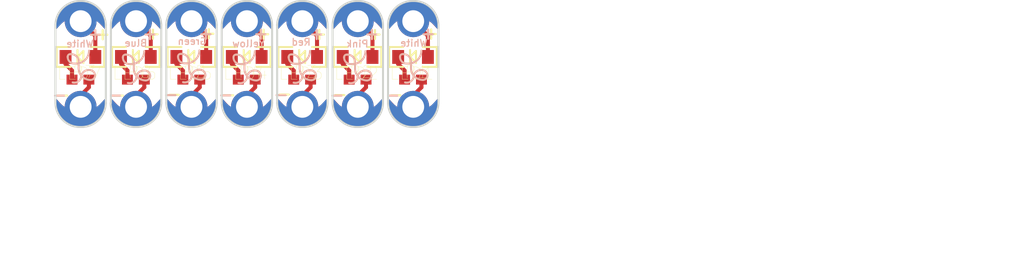
<source format=kicad_pcb>
(kicad_pcb (version 20211014) (generator pcbnew)
  (layers (0 "F.Cu" signal) (31 "B.Cu" signal) (34 "B.Paste" user) (35 "F.Paste" user) (36 "B.SilkS" user "B.Silkscreen") (37 "F.SilkS" user "F.Silkscreen") (38 "B.Mask" user) (39 "F.Mask" user) (44 "Edge.Cuts" user))
  (net 0 "")
  (net 1 "N$8")
  (net 2 "N$7")
  (net 3 "N$9")
  (net 4 "N$20")
  (net 5 "N$19")
  (net 6 "N$21")
  (net 7 "N$17")
  (net 8 "N$16")
  (net 9 "N$18")
  (net 10 "N$14")
  (net 11 "N$13")
  (net 12 "N$15")
  (net 13 "N$11")
  (net 14 "N$10")
  (net 15 "N$12")
  (net 16 "N$5")
  (net 17 "N$4")
  (net 18 "N$6")
  (net 19 "N$2")
  (net 20 "N$1")
  (net 21 "N$3")
  (footprint "boardEagle:PETAL-SMALL-2SIDE" (layer "F.Cu") (at 142.9131 109.321604)
    (fp_text reference "LED-5" hide)
    (fp_text value "SEWTAP6" hide)
  )
  (footprint "boardEagle:LED-1206" (layer "F.Cu") (at 154.0691 104.291604 180)
    (fp_text reference "LED3")
    (fp_text value "RED")
  )
  (footprint "boardEagle:PETAL-SMALL-2SIDE" (layer "F.Cu") (at 165.2651 100.685604 180)
    (fp_text reference "LED+1" hide)
    (fp_text value "SEWTAP6" hide)
  )
  (footprint "boardEagle:PETAL-SMALL-2SIDE" (layer "F.Cu") (at 154.0891 109.321604)
    (fp_text reference "LED-3" hide)
    (fp_text value "SEWTAP6" hide)
  )
  (footprint "boardEagle:LED-1206" (layer "F.Cu") (at 142.8931 104.291604 180)
    (fp_text reference "LED5")
    (fp_text value "GREEN")
  )
  (footprint "boardEagle:PETAL-SMALL-2SIDE" (layer "F.Cu") (at 137.3251 109.321604)
    (fp_text reference "LED-6" hide)
    (fp_text value "SEWTAP6" hide)
  )
  (footprint "boardEagle:PETAL-SMALL-2SIDE" (layer "F.Cu") (at 148.5011 109.321604)
    (fp_text reference "LED-4" hide)
    (fp_text value "SEWTAP6" hide)
  )
  (footprint "boardEagle:LED-1206" (layer "F.Cu") (at 159.6571 104.291604 180)
    (fp_text reference "LED2")
    (fp_text value "PINK")
  )
  (footprint "boardEagle:PETAL-SMALL-2SIDE" (layer "F.Cu") (at 131.7371 109.321604)
    (fp_text reference "LED-7" hide)
    (fp_text value "SEWTAP6" hide)
  )
  (footprint "boardEagle:0603-RES" (layer "F.Cu") (at 131.7171 106.577604)
    (fp_text reference "R7")
    (fp_text value "150")
  )
  (footprint "boardEagle:PETAL-SMALL-2SIDE" (layer "F.Cu") (at 131.7371 100.685604 180)
    (fp_text reference "LED+7" hide)
    (fp_text value "SEWTAP6" hide)
  )
  (footprint "boardEagle:REVISION" (layer "F.Cu") (at 155.3591 122.148604)
    (fp_text reference "U$1" hide)
    (fp_text value "REVISION" hide)
  )
  (footprint "boardEagle:PETAL-SMALL-2SIDE" (layer "F.Cu") (at 137.3251 100.685604 180)
    (fp_text reference "LED+6" hide)
    (fp_text value "SEWTAP6" hide)
  )
  (footprint "boardEagle:0603-RES" (layer "F.Cu") (at 159.6571 106.577604)
    (fp_text reference "R2")
    (fp_text value "150")
  )
  (footprint "boardEagle:0603-RES" (layer "F.Cu") (at 142.8931 106.577604)
    (fp_text reference "R5")
    (fp_text value "150")
  )
  (footprint "boardEagle:CREATIVE_COMMONS" (layer "F.Cu") (at 143.9291 119.608604)
    (fp_text reference "FRAME1" hide)
    (fp_text value "FRAME-LETTER" hide)
  )
  (footprint "boardEagle:0603-RES" (layer "F.Cu") (at 148.4811 106.577604)
    (fp_text reference "R4")
    (fp_text value "150")
  )
  (footprint "boardEagle:LED-1206" (layer "F.Cu") (at 131.7171 104.291604 180)
    (fp_text reference "LED7")
    (fp_text value "WHITE")
  )
  (footprint "boardEagle:LED-1206" (layer "F.Cu") (at 137.3051 104.291604 180)
    (fp_text reference "LED6")
    (fp_text value "BLUE")
  )
  (footprint "boardEagle:PETAL-SMALL-2SIDE" (layer "F.Cu") (at 154.0891 100.685604 180)
    (fp_text reference "LED+3" hide)
    (fp_text value "SEWTAP6" hide)
  )
  (footprint "boardEagle:LED-1206" (layer "F.Cu") (at 165.2451 104.291604 180)
    (fp_text reference "LED1")
    (fp_text value "WHITE")
  )
  (footprint "boardEagle:LED-1206" (layer "F.Cu") (at 148.4811 104.291604 180)
    (fp_text reference "LED4")
    (fp_text value "YELLOW")
  )
  (footprint "boardEagle:0603-RES" (layer "F.Cu") (at 165.2451 106.577604)
    (fp_text reference "R1")
    (fp_text value "150")
  )
  (footprint "boardEagle:0603-RES" (layer "F.Cu") (at 154.0691 106.577604)
    (fp_text reference "R3")
    (fp_text value "150")
  )
  (footprint "boardEagle:PETAL-SMALL-2SIDE" (layer "F.Cu") (at 159.6771 109.321604)
    (fp_text reference "LED-2" hide)
    (fp_text value "SEWTAP6" hide)
  )
  (footprint "boardEagle:0603-RES" (layer "F.Cu") (at 137.3051 106.577604)
    (fp_text reference "R6")
    (fp_text value "150")
  )
  (footprint "boardEagle:PETAL-SMALL-2SIDE" (layer "F.Cu") (at 148.5011 100.685604 180)
    (fp_text reference "LED+4" hide)
    (fp_text value "SEWTAP6" hide)
  )
  (footprint "boardEagle:PETAL-SMALL-2SIDE" (layer "F.Cu") (at 165.2651 109.321604)
    (fp_text reference "LED-1" hide)
    (fp_text value "SEWTAP6" hide)
  )
  (footprint "boardEagle:PETAL-SMALL-2SIDE" (layer "F.Cu") (at 142.9131 100.685604 180)
    (fp_text reference "LED+5" hide)
    (fp_text value "SEWTAP6" hide)
  )
  (footprint "boardEagle:PETAL-SMALL-2SIDE" (layer "F.Cu") (at 159.6771 100.685604 180)
    (fp_text reference "LED+2" hide)
    (fp_text value "SEWTAP6" hide)
  )
  (footprint "boardEagle:LOGO-L" (layer "B.Cu") (at 131.8133 105.283004 180)
    (fp_text reference "LOGO30" hide)
    (fp_text value "LOGO-LPL" hide)
  )
  (footprint "boardEagle:LOGO-L" (layer "B.Cu") (at 154.0891 105.308404 180)
    (fp_text reference "LOGO29" hide)
    (fp_text value "LOGO-LPL" hide)
  )
  (footprint "boardEagle:LOGO-L" (layer "B.Cu") (at 165.3159 105.283004 180)
    (fp_text reference "LOGO35" hide)
    (fp_text value "LOGO-LPL" hide)
  )
  (footprint "boardEagle:LOGO-L" (layer "B.Cu") (at 148.5265 105.333804 180)
    (fp_text reference "LOGO33" hide)
    (fp_text value "LOGO-LPL" hide)
  )
  (footprint "boardEagle:LOGO-L" (layer "B.Cu") (at 142.9385 105.257604 180)
    (fp_text reference "LOGO32" hide)
    (fp_text value "LOGO-LPL" hide)
  )
  (footprint "boardEagle:LOGO-L" (layer "B.Cu") (at 137.3759 105.333804 180)
    (fp_text reference "LOGO31" hide)
    (fp_text value "LOGO-LPL" hide)
  )
  (footprint "boardEagle:LOGO-L" (layer "B.Cu") (at 159.6771 105.333804 180)
    (fp_text reference "LOGO34" hide)
    (fp_text value "LOGO-LPL" hide)
  )
  (gr_arc (start 129.1971 101.066604) (mid 129.967157 99.333848) (end 131.737101 98.653605) (layer "Edge.Cuts") (width 0.2032))
  (gr_line (start 162.7251 108.940604) (end 162.7251 101.066604) (layer "Edge.Cuts") (width 0.2032))
  (gr_arc (start 154.0891 111.353604) (mid 152.319268 110.673243) (end 151.5491 108.940604) (layer "Edge.Cuts") (width 0.2032))
  (gr_arc (start 148.5011 111.353604) (mid 146.731268 110.673243) (end 145.9611 108.940604) (layer "Edge.Cuts") (width 0.2032))
  (gr_arc (start 157.1371 101.066604) (mid 157.907157 99.333848) (end 159.677101 98.653605) (layer "Edge.Cuts") (width 0.2032))
  (gr_arc (start 167.8051 108.940604) (mid 167.034905 110.673214) (end 165.265101 111.353605) (layer "Edge.Cuts") (width 0.2032))
  (gr_line (start 162.2171 101.066604) (end 162.2171 108.940604) (layer "Edge.Cuts") (width 0.2032))
  (gr_arc (start 137.3251 98.653604) (mid 139.09496 99.333936) (end 139.8651 101.066604) (layer "Edge.Cuts") (width 0.2032))
  (gr_line (start 139.8651 101.066604) (end 139.8651 108.940604) (layer "Edge.Cuts") (width 0.2032))
  (gr_line (start 167.8051 101.066604) (end 167.8051 108.940604) (layer "Edge.Cuts") (width 0.2032))
  (gr_line (start 140.3731 108.940604) (end 140.3731 101.066604) (layer "Edge.Cuts") (width 0.2032))
  (gr_arc (start 151.5491 101.066604) (mid 152.319157 99.333848) (end 154.089101 98.653605) (layer "Edge.Cuts") (width 0.2032))
  (gr_arc (start 142.9131 98.653604) (mid 144.68296 99.333936) (end 145.4531 101.066604) (layer "Edge.Cuts") (width 0.2032))
  (gr_arc (start 165.2651 98.653604) (mid 167.03496 99.333936) (end 167.8051 101.066604) (layer "Edge.Cuts") (width 0.2032))
  (gr_arc (start 131.7371 98.653604) (mid 133.50696 99.333936) (end 134.2771 101.066604) (layer "Edge.Cuts") (width 0.2032))
  (gr_line (start 151.0411 101.066604) (end 151.0411 108.940604) (layer "Edge.Cuts") (width 0.2032))
  (gr_line (start 157.1371 108.940604) (end 157.1371 101.066604) (layer "Edge.Cuts") (width 0.2032))
  (gr_arc (start 162.7251 101.066604) (mid 163.495157 99.333848) (end 165.265101 98.653605) (layer "Edge.Cuts") (width 0.2032))
  (gr_line (start 134.2771 101.066604) (end 134.2771 108.940604) (layer "Edge.Cuts") (width 0.2032))
  (gr_line (start 134.7851 108.940604) (end 134.7851 101.066604) (layer "Edge.Cuts") (width 0.2032))
  (gr_arc (start 148.5011 98.653604) (mid 150.27096 99.333936) (end 151.0411 101.066604) (layer "Edge.Cuts") (width 0.2032))
  (gr_line (start 129.1971 108.940604) (end 129.1971 101.066604) (layer "Edge.Cuts") (width 0.2032))
  (gr_arc (start 145.4531 108.940604) (mid 144.682905 110.673214) (end 142.913101 111.353605) (layer "Edge.Cuts") (width 0.2032))
  (gr_arc (start 165.2651 111.353604) (mid 163.495268 110.673243) (end 162.7251 108.940604) (layer "Edge.Cuts") (width 0.2032))
  (gr_line (start 151.5491 108.940604) (end 151.5491 101.066604) (layer "Edge.Cuts") (width 0.2032))
  (gr_arc (start 137.2997 111.353604) (mid 135.529868 110.673243) (end 134.7597 108.940604) (layer "Edge.Cuts") (width 0.2032))
  (gr_arc (start 140.3731 101.066604) (mid 141.143157 99.333848) (end 142.913101 98.653605) (layer "Edge.Cuts") (width 0.2032))
  (gr_arc (start 154.0891 98.653604) (mid 155.85896 99.333936) (end 156.6291 101.066604) (layer "Edge.Cuts") (width 0.2032))
  (gr_line (start 145.9611 108.940604) (end 145.9611 101.066604) (layer "Edge.Cuts") (width 0.2032))
  (gr_arc (start 159.6771 98.653604) (mid 161.44696 99.333936) (end 162.2171 101.066604) (layer "Edge.Cuts") (width 0.2032))
  (gr_arc (start 139.8651 108.940604) (mid 139.094905 110.673214) (end 137.325101 111.353605) (layer "Edge.Cuts") (width 0.2032))
  (gr_arc (start 131.7371 111.353604) (mid 129.967268 110.673243) (end 129.1971 108.940604) (layer "Edge.Cuts") (width 0.2032))
  (gr_arc (start 156.6291 108.940604) (mid 155.858905 110.673214) (end 154.089101 111.353605) (layer "Edge.Cuts") (width 0.2032))
  (gr_arc (start 162.2171 108.940604) (mid 161.446905 110.673214) (end 159.677101 111.353605) (layer "Edge.Cuts") (width 0.2032))
  (gr_line (start 145.4531 101.066604) (end 145.4531 108.940604) (layer "Edge.Cuts") (width 0.2032))
  (gr_arc (start 134.7851 101.066604) (mid 135.555157 99.333848) (end 137.325101 98.653605) (layer "Edge.Cuts") (width 0.2032))
  (gr_arc (start 134.2771 108.940604) (mid 133.506905 110.673214) (end 131.737101 111.353605) (layer "Edge.Cuts") (width 0.2032))
  (gr_arc (start 151.0411 108.940604) (mid 150.270905 110.673214) (end 148.501101 111.353605) (layer "Edge.Cuts") (width 0.2032))
  (gr_arc (start 142.9131 111.353604) (mid 141.143268 110.673243) (end 140.3731 108.940604) (layer "Edge.Cuts") (width 0.2032))
  (gr_arc (start 145.9611 101.066604) (mid 146.731157 99.333848) (end 148.501101 98.653605) (layer "Edge.Cuts") (width 0.2032))
  (gr_arc (start 159.6771 111.353604) (mid 157.907268 110.673243) (end 157.1371 108.940604) (layer "Edge.Cuts") (width 0.2032))
  (gr_line (start 156.6291 101.066604) (end 156.6291 108.940604) (layer "Edge.Cuts") (width 0.2032))
  (gr_text "-" (at 141.72565 108.762804) (layer "B.SilkS") (effects (font (size 1.20904 1.20904) (thickness 0.21336)) (justify left bottom mirror)))
  (gr_text "Blue" (at 138.5189 103.308154) (layer "B.SilkS") (effects (font (size 0.69088 0.69088) (thickness 0.12192)) (justify left bottom mirror)))
  (gr_text "Green" (at 144.53235 103.117654) (layer "B.SilkS") (effects (font (size 0.69088 0.69088) (thickness 0.12192)) (justify left bottom mirror)))
  (gr_text "+" (at 145.25625 102.622354) (layer "B.SilkS") (effects (font (size 1.20904 1.20904) (thickness 0.21336)) (justify left bottom mirror)))
  (gr_text "White" (at 166.7764 103.308154) (layer "B.SilkS") (effects (font (size 0.69088 0.69088) (thickness 0.12192)) (justify left bottom mirror)))
  (gr_text "-" (at 152.8445 108.762804) (layer "B.SilkS") (effects (font (size 1.20904 1.20904) (thickness 0.21336)) (justify left bottom mirror)))
  (gr_text "+" (at 156.4259 102.647754) (layer "B.SilkS") (effects (font (size 1.20904 1.20904) (thickness 0.21336)) (justify left bottom mirror)))
  (gr_text "White" (at 133.11505 103.384354) (layer "B.SilkS") (effects (font (size 0.69088 0.69088) (thickness 0.12192)) (justify left bottom mirror)))
  (gr_text "-" (at 147.2565 108.788204) (layer "B.SilkS") (effects (font (size 1.20904 1.20904) (thickness 0.21336)) (justify left bottom mirror)))
  (gr_text "-" (at 164.0967 108.813604) (layer "B.SilkS") (effects (font (size 1.20904 1.20904) (thickness 0.21336)) (justify left bottom mirror)))
  (gr_text "Yellow" (at 150.37435 103.358954) (layer "B.SilkS") (effects (font (size 0.69088 0.69088) (thickness 0.12192)) (justify left bottom mirror)))
  (gr_text "Red" (at 154.99715 103.200204) (layer "B.SilkS") (effects (font (size 0.69088 0.69088) (thickness 0.12192)) (justify left bottom mirror)))
  (gr_text "+" (at 150.79345 102.622354) (layer "B.SilkS") (effects (font (size 1.20904 1.20904) (thickness 0.21336)) (justify left bottom mirror)))
  (gr_text "-" (at 130.5052 108.813604) (layer "B.SilkS") (effects (font (size 1.20904 1.20904) (thickness 0.21336)) (justify left bottom mirror)))
  (gr_text "-" (at 158.4579 108.813604) (layer "B.SilkS") (effects (font (size 1.20904 1.20904) (thickness 0.21336)) (justify left bottom mirror)))
  (gr_text "+" (at 167.65905 102.622354) (layer "B.SilkS") (effects (font (size 1.20904 1.20904) (thickness 0.21336)) (justify left bottom mirror)))
  (gr_text "+" (at 134.10565 102.673154) (layer "B.SilkS") (effects (font (size 1.20904 1.20904) (thickness 0.21336)) (justify left bottom mirror)))
  (gr_text "+" (at 139.61745 102.647754) (layer "B.SilkS") (effects (font (size 1.20904 1.20904) (thickness 0.21336)) (justify left bottom mirror)))
  (gr_text "+" (at 161.99485 102.647754) (layer "B.SilkS") (effects (font (size 1.20904 1.20904) (thickness 0.21336)) (justify left bottom mirror)))
  (gr_text "-" (at 136.144 108.807254) (layer "B.SilkS") (effects (font (size 1.20904 1.20904) (thickness 0.21336)) (justify left bottom mirror)))
  (gr_text "Pink" (at 160.8201 103.384354) (layer "B.SilkS") (effects (font (size 0.69088 0.69088) (thickness 0.12192)) (justify left bottom mirror)))
  (gr_text "-" (at 142.0495 107.315004) (layer "F.SilkS") (effects (font (size 1.20904 1.20904) (thickness 0.21336)) (justify right top)))
  (gr_text "-" (at 158.75 107.340404) (layer "F.SilkS") (effects (font (size 1.20904 1.20904) (thickness 0.21336)) (justify right top)))
  (gr_text "-" (at 164.3888 107.365804) (layer "F.SilkS") (effects (font (size 1.20904 1.20904) (thickness 0.21336)) (justify right top)))
  (gr_text "-" (at 130.7973 107.391204) (layer "F.SilkS") (effects (font (size 1.20904 1.20904) (thickness 0.21336)) (justify right top)))
  (gr_text "+" (at 133.07695 102.673154) (layer "F.SilkS") (effects (font (size 1.20904 1.20904) (thickness 0.21336)) (justify left bottom)))
  (gr_text "+" (at 156.68625 101.238054) (layer "F.SilkS") (effects (font (size 1.20904 1.20904) (thickness 0.21336)) (justify right top)))
  (gr_text "+" (at 167.96385 101.187254) (layer "F.SilkS") (effects (font (size 1.20904 1.20904) (thickness 0.21336)) (justify right top)))
  (gr_text "-" (at 153.1493 107.289604) (layer "F.SilkS") (effects (font (size 1.20904 1.20904) (thickness 0.21336)) (justify right top)))
  (gr_text "+" (at 139.92225 101.212654) (layer "F.SilkS") (effects (font (size 1.20904 1.20904) (thickness 0.21336)) (justify right top)))
  (gr_text "-" (at 136.4107 107.391204) (layer "F.SilkS") (effects (font (size 1.20904 1.20904) (thickness 0.21336)) (justify right top)))
  (gr_text "+" (at 162.29965 101.238054) (layer "F.SilkS") (effects (font (size 1.20904 1.20904) (thickness 0.21336)) (justify right top)))
  (gr_text "-" (at 147.5359 107.365804) (layer "F.SilkS") (effects (font (size 1.20904 1.20904) (thickness 0.21336)) (justify right top)))
  (gr_text "+" (at 151.07285 101.212654) (layer "F.SilkS") (effects (font (size 1.20904 1.20904) (thickness 0.21336)) (justify right top)))
  (gr_text "+" (at 145.542 101.161854) (layer "F.SilkS") (effects (font (size 1.20904 1.20904) (thickness 0.21336)) (justify right top)))
  (segment (start 152.5691 104.291604) (end 152.5691 105.007604) (width 0.4064) (layer "F.Cu") (net 1))
  (segment (start 153.2191 105.657604) (end 153.2191 106.577604) (width 0.4064) (layer "F.Cu") (net 1))
  (segment (start 153.0096 105.448104) (end 153.2191 105.657604) (width 0.4064) (layer "F.Cu") (net 1))
  (segment (start 153.0096 105.448104) (end 153.0731 105.511604) (width 0.254) (layer "F.Cu") (net 1))
  (segment (start 152.5691 105.007604) (end 153.0096 105.448104) (width 0.4064) (layer "F.Cu") (net 1))
  (segment (start 155.5691 102.165604) (end 154.0891 100.685604) (width 0.4064) (layer "F.Cu") (net 2))
  (segment (start 155.5691 104.291604) (end 155.5691 102.165604) (width 0.4064) (layer "F.Cu") (net 2))
  (segment (start 154.9191 106.577604) (end 154.9191 107.348604) (width 0.4064) (layer "F.Cu") (net 3))
  (segment (start 154.0891 108.178604) (end 154.0891 109.321604) (width 0.4064) (layer "F.Cu") (net 3))
  (segment (start 154.9191 107.348604) (end 154.0891 108.178604) (width 0.4064) (layer "F.Cu") (net 3))
  (segment (start 130.6576 105.448104) (end 130.8671 105.657604) (width 0.4064) (layer "F.Cu") (net 4))
  (segment (start 130.2171 105.007604) (end 130.6576 105.448104) (width 0.4064) (layer "F.Cu") (net 4))
  (segment (start 130.6576 105.448104) (end 130.7211 105.511604) (width 0.254) (layer "F.Cu") (net 4))
  (segment (start 130.2171 104.291604) (end 130.2171 105.007604) (width 0.4064) (layer "F.Cu") (net 4))
  (segment (start 130.8671 105.657604) (end 130.8671 106.577604) (width 0.4064) (layer "F.Cu") (net 4))
  (segment (start 133.2171 102.165604) (end 131.7371 100.685604) (width 0.4064) (layer "F.Cu") (net 5))
  (segment (start 133.2171 104.291604) (end 133.2171 102.165604) (width 0.4064) (layer "F.Cu") (net 5))
  (segment (start 131.7371 108.178604) (end 131.7371 109.321604) (width 0.4064) (layer "F.Cu") (net 6))
  (segment (start 132.5671 106.577604) (end 132.5671 107.348604) (width 0.4064) (layer "F.Cu") (net 6))
  (segment (start 132.5671 107.348604) (end 131.7371 108.178604) (width 0.4064) (layer "F.Cu") (net 6))
  (segment (start 135.8051 104.291604) (end 135.8051 105.007604) (width 0.4064) (layer "F.Cu") (net 7))
  (segment (start 135.8051 105.007604) (end 136.2456 105.448104) (width 0.4064) (layer "F.Cu") (net 7))
  (segment (start 136.2456 105.448104) (end 136.4551 105.657604) (width 0.4064) (layer "F.Cu") (net 7))
  (segment (start 136.4551 105.657604) (end 136.4551 106.577604) (width 0.4064) (layer "F.Cu") (net 7))
  (segment (start 136.2456 105.448104) (end 136.3091 105.511604) (width 0.254) (layer "F.Cu") (net 7))
  (segment (start 138.8051 102.165604) (end 137.3251 100.685604) (width 0.4064) (layer "F.Cu") (net 8))
  (segment (start 138.8051 104.291604) (end 138.8051 102.165604) (width 0.4064) (layer "F.Cu") (net 8))
  (segment (start 138.1551 106.577604) (end 138.1551 107.348604) (width 0.4064) (layer "F.Cu") (net 9))
  (segment (start 138.1551 107.348604) (end 137.3251 108.178604) (width 0.4064) (layer "F.Cu") (net 9))
  (segment (start 137.3251 108.178604) (end 137.3251 109.321604) (width 0.4064) (layer "F.Cu") (net 9))
  (segment (start 142.0431 105.657604) (end 142.0431 106.577604) (width 0.4064) (layer "F.Cu") (net 10))
  (segment (start 141.3931 105.007604) (end 141.8336 105.448104) (width 0.4064) (layer "F.Cu") (net 10))
  (segment (start 141.8336 105.448104) (end 141.8971 105.511604) (width 0.254) (layer "F.Cu") (net 10))
  (segment (start 141.3931 104.291604) (end 141.3931 105.007604) (width 0.4064) (layer "F.Cu") (net 10))
  (segment (start 141.8336 105.448104) (end 142.0431 105.657604) (width 0.4064) (layer "F.Cu") (net 10))
  (segment (start 144.3931 102.165604) (end 142.9131 100.685604) (width 0.4064) (layer "F.Cu") (net 11))
  (segment (start 144.3931 104.291604) (end 144.3931 102.165604) (width 0.4064) (layer "F.Cu") (net 11))
  (segment (start 142.9131 100.685604) (end 142.9131 100.558604) (width 0.4064) (layer "F.Cu") (net 11))
  (segment (start 143.7431 107.348604) (end 142.9131 108.178604) (width 0.4064) (layer "F.Cu") (net 12))
  (segment (start 142.9131 108.178604) (end 142.9131 109.321604) (width 0.4064) (layer "F.Cu") (net 12))
  (segment (start 143.7431 106.577604) (end 143.7431 107.348604) (width 0.4064) (layer "F.Cu") (net 12))
  (segment (start 147.6311 105.657604) (end 147.6311 106.577604) (width 0.4064) (layer "F.Cu") (net 13))
  (segment (start 147.4216 105.448104) (end 147.4851 105.511604) (width 0.254) (layer "F.Cu") (net 13))
  (segment (start 146.9811 105.007604) (end 147.4216 105.448104) (width 0.4064) (layer "F.Cu") (net 13))
  (segment (start 147.4216 105.448104) (end 147.6311 105.657604) (width 0.4064) (layer "F.Cu") (net 13))
  (segment (start 146.9811 104.291604) (end 146.9811 105.007604) (width 0.4064) (layer "F.Cu") (net 13))
  (segment (start 149.9811 104.291604) (end 149.9811 102.165604) (width 0.4064) (layer "F.Cu") (net 14))
  (segment (start 149.9811 102.165604) (end 148.5011 100.685604) (width 0.4064) (layer "F.Cu") (net 14))
  (segment (start 148.5011 108.178604) (end 148.5011 109.321604) (width 0.4064) (layer "F.Cu") (net 15))
  (segment (start 149.3311 107.348604) (end 148.5011 108.178604) (width 0.4064) (layer "F.Cu") (net 15))
  (segment (start 149.3311 106.577604) (end 149.3311 107.348604) (width 0.4064) (layer "F.Cu") (net 15))
  (segment (start 158.5976 105.448104) (end 158.8071 105.657604) (width 0.4064) (layer "F.Cu") (net 16))
  (segment (start 158.8071 105.657604) (end 158.8071 106.577604) (width 0.4064) (layer "F.Cu") (net 16))
  (segment (start 158.1571 105.007604) (end 158.5976 105.448104) (width 0.4064) (layer "F.Cu") (net 16))
  (segment (start 158.1571 104.291604) (end 158.1571 105.007604) (width 0.4064) (layer "F.Cu") (net 16))
  (segment (start 158.5976 105.448104) (end 158.6611 105.511604) (width 0.254) (layer "F.Cu") (net 16))
  (segment (start 161.1571 102.165604) (end 159.6771 100.685604) (width 0.4064) (layer "F.Cu") (net 17))
  (segment (start 161.1571 104.291604) (end 161.1571 102.165604) (width 0.4064) (layer "F.Cu") (net 17))
  (segment (start 160.5071 107.348604) (end 159.6771 108.178604) (width 0.4064) (layer "F.Cu") (net 18))
  (segment (start 159.6771 108.178604) (end 159.6771 109.321604) (width 0.4064) (layer "F.Cu") (net 18))
  (segment (start 160.5071 106.577604) (end 160.5071 107.348604) (width 0.4064) (layer "F.Cu") (net 18))
  (segment (start 163.7451 105.007604) (end 164.1856 105.448104) (width 0.4064) (layer "F.Cu") (net 19))
  (segment (start 164.3951 105.657604) (end 164.3951 106.577604) (width 0.4064) (layer "F.Cu") (net 19))
  (segment (start 164.1856 105.448104) (end 164.2491 105.511604) (width 0.254) (layer "F.Cu") (net 19))
  (segment (start 163.7451 104.291604) (end 163.7451 105.007604) (width 0.4064) (layer "F.Cu") (net 19))
  (segment (start 164.1856 105.448104) (end 164.3951 105.657604) (width 0.4064) (layer "F.Cu") (net 19))
  (segment (start 166.7451 102.165604) (end 165.2651 100.685604) (width 0.4064) (layer "F.Cu") (net 20))
  (segment (start 166.7451 104.291604) (end 166.7451 102.165604) (width 0.4064) (layer "F.Cu") (net 20))
  (segment (start 166.0951 106.577604) (end 166.0951 107.348604) (width 0.4064) (layer "F.Cu") (net 21))
  (segment (start 165.2651 108.178604) (end 165.2651 109.321604) (width 0.4064) (layer "F.Cu") (net 21))
  (segment (start 166.0951 107.348604) (end 165.2651 108.178604) (width 0.4064) (layer "F.Cu") (net 21))
)
</source>
